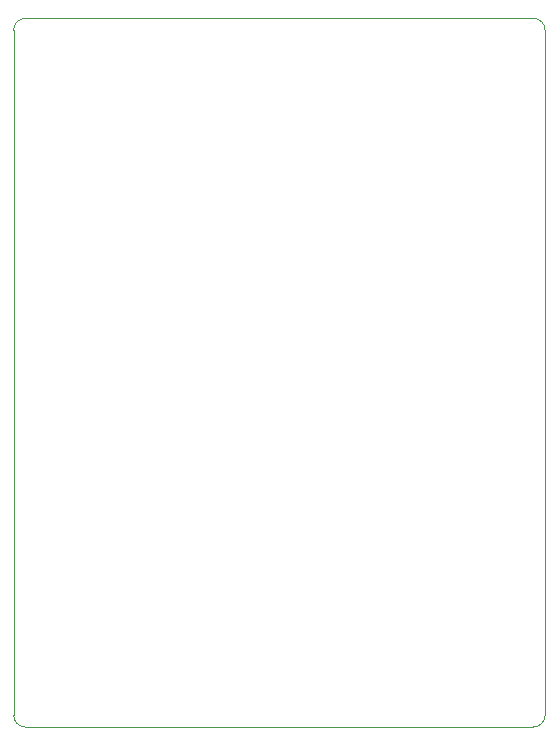
<source format=gbr>
%TF.GenerationSoftware,KiCad,Pcbnew,(5.1.9-0-10_14)*%
%TF.CreationDate,2021-01-17T14:25:06+01:00*%
%TF.ProjectId,SYZYGY-PMOD4,53595a59-4759-42d5-904d-4f44342e6b69,rev?*%
%TF.SameCoordinates,Original*%
%TF.FileFunction,Profile,NP*%
%FSLAX46Y46*%
G04 Gerber Fmt 4.6, Leading zero omitted, Abs format (unit mm)*
G04 Created by KiCad (PCBNEW (5.1.9-0-10_14)) date 2021-01-17 14:25:06*
%MOMM*%
%LPD*%
G01*
G04 APERTURE LIST*
%TA.AperFunction,Profile*%
%ADD10C,0.050000*%
%TD*%
G04 APERTURE END LIST*
D10*
X171500000Y-59000000D02*
G75*
G02*
X172500000Y-60000000I0J-1000000D01*
G01*
X127500000Y-60000000D02*
G75*
G02*
X128500000Y-59000000I1000000J0D01*
G01*
X128500000Y-119000000D02*
G75*
G02*
X127500000Y-118000000I0J1000000D01*
G01*
X172500000Y-118000000D02*
G75*
G02*
X171500000Y-119000000I-1000000J0D01*
G01*
X171500000Y-59000000D02*
X128500000Y-59000000D01*
X172500000Y-118000000D02*
X172500000Y-60000000D01*
X128500000Y-119000000D02*
X171500000Y-119000000D01*
X127500000Y-60000000D02*
X127500000Y-118000000D01*
M02*

</source>
